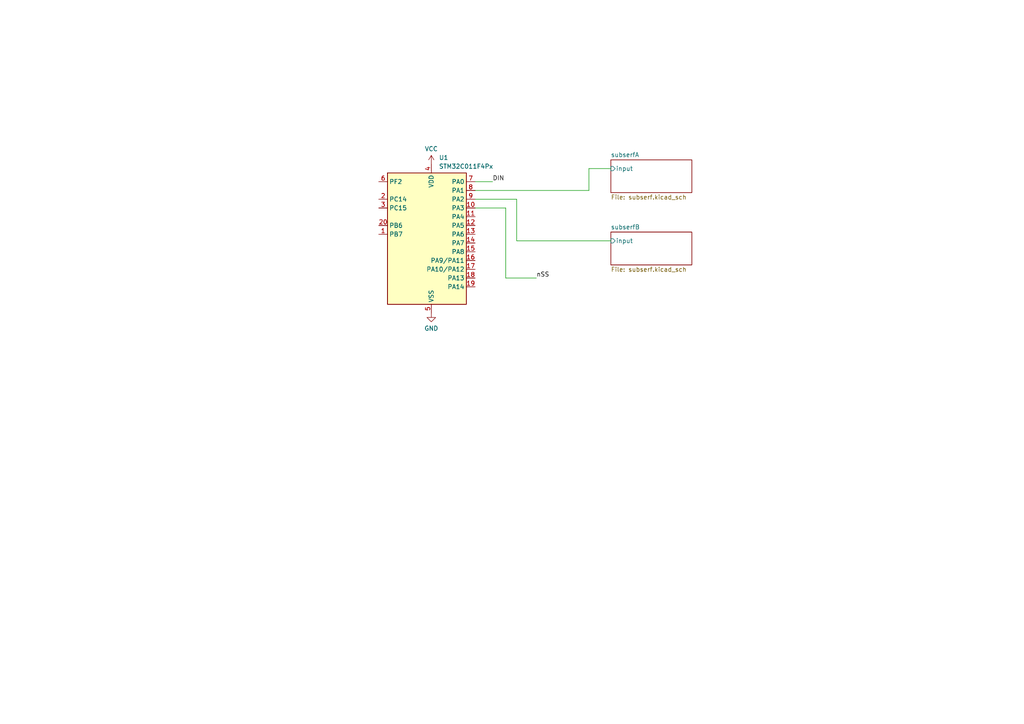
<source format=kicad_sch>
(kicad_sch (version 20230121) (generator eeschema)
  (paper "A4")
  (lib_symbols
    (symbol "MCU_ST_STM32C0:STM32C011F4Px"
      (property "Reference" "U" (at -10.16 21.59 0))
      (property "Value" "STM32C011F4Px" (at 5.08 21.59 0))
      (symbol "STM32C011F4Px_0_1"
        (rectangle (start -10.16 -17.78) (end 12.7 20.32) (stroke (width 0.254)) (fill (type background)))
      )
      (symbol "STM32C011F4Px_1_1"
        (pin bidirectional line (at -12.7 2.54 0) (length 2.54) (name "PB7") (number "1"))
        (pin bidirectional line (at 15.24 10.16 180) (length 2.54) (name "PA3") (number "10"))
        (pin bidirectional line (at 15.24 7.62 180) (length 2.54) (name "PA4") (number "11"))
        (pin bidirectional line (at 15.24 5.08 180) (length 2.54) (name "PA5") (number "12"))
        (pin bidirectional line (at 15.24 2.54 180) (length 2.54) (name "PA6") (number "13"))
        (pin bidirectional line (at 15.24 0 180) (length 2.54) (name "PA7") (number "14"))
        (pin bidirectional line (at 15.24 -2.54 180) (length 2.54) (name "PA8") (number "15"))
        (pin bidirectional line (at 15.24 -5.08 180) (length 2.54) (name "PA9/PA11") (number "16"))
        (pin bidirectional line (at 15.24 -7.62 180) (length 2.54) (name "PA10/PA12") (number "17"))
        (pin bidirectional line (at 15.24 -10.16 180) (length 2.54) (name "PA13") (number "18"))
        (pin bidirectional line (at 15.24 -12.7 180) (length 2.54) (name "PA14") (number "19"))
        (pin bidirectional line (at -12.7 12.7 0) (length 2.54) (name "PC14") (number "2"))
        (pin bidirectional line (at -12.7 5.08 0) (length 2.54) (name "PB6") (number "20"))
        (pin bidirectional line (at -12.7 10.16 0) (length 2.54) (name "PC15") (number "3"))
        (pin power_in line (at 2.54 22.86 270) (length 2.54) (name "VDD") (number "4"))
        (pin power_in line (at 2.54 -20.32 90) (length 2.54) (name "VSS") (number "5"))
        (pin bidirectional line (at -12.7 17.78 0) (length 2.54) (name "PF2") (number "6"))
        (pin bidirectional line (at 15.24 17.78 180) (length 2.54) (name "PA0") (number "7"))
        (pin bidirectional line (at 15.24 15.24 180) (length 2.54) (name "PA1") (number "8"))
        (pin bidirectional line (at 15.24 12.7 180) (length 2.54) (name "PA2") (number "9"))
      )
    )
    (symbol "power:GND" (power) (pin_names (offset 0))
      (property "Value" "GND" (at 0 -3.81 0))
      (symbol "GND_0_1"
        (polyline (pts (xy 0 0) (xy 0 -1.27) (xy 1.27 -1.27) (xy 0 -2.54) (xy -1.27 -1.27) (xy 0 -1.27)))
      )
      (symbol "GND_1_1"
        (pin power_in line (at 0 0 270) (length 0) hide (name "GND") (number "1"))
      )
    )
    (symbol "power:VCC" (power) (pin_names (offset 0))
      (property "Value" "VCC" (at 0 3.81 0))
      (symbol "VCC_0_1"
        (polyline (pts (xy -0.762 1.27) (xy 0 2.54)))
        (polyline (pts (xy 0 0) (xy 0 2.54)))
        (polyline (pts (xy 0 2.54) (xy 0.762 1.27)))
      )
      (symbol "VCC_1_1"
        (pin power_in line (at 0 0 90) (length 0) hide (name "VCC") (number "1"))
      )
    )
  )
  (wire (pts (xy 149.86 57.785) (xy 137.795 57.785)))
  (wire (pts (xy 142.875 52.705) (xy 137.795 52.705)))
  (wire (pts (xy 170.815 55.245) (xy 170.815 48.895)))
  (wire (pts (xy 149.86 69.85) (xy 149.86 57.785)))
  (wire (pts (xy 137.795 55.245) (xy 170.815 55.245)))
  (wire (pts (xy 137.795 60.325) (xy 146.685 60.325)))
  (wire (pts (xy 170.815 48.895) (xy 177.165 48.895)))
  (wire (pts (xy 146.685 80.645) (xy 155.575 80.645)))
  (wire (pts (xy 146.685 60.325) (xy 146.685 80.645)))
  (wire (pts (xy 177.165 69.85) (xy 149.86 69.85)))
  (label "nSS" (at 155.575 80.645 0))
  (label "DIN" (at 142.875 52.705 0))
  (symbol (lib_id "power:GND") (at 125.095 90.805 0) (unit 1)
    (property "Reference" "#PWR02" (effects hide))
    (property "Value" "GND" (at 125.095 95.25 0))
  )
  (symbol (lib_id "power:VCC") (at 125.095 47.625 0) (unit 1)
    (property "Reference" "#PWR01" (effects hide))
    (property "Value" "VCC" (at 125.095 43.18 0))
  )
  (symbol (lib_id "MCU_ST_STM32C0:STM32C011F4Px") (at 122.555 70.485 0) (unit 1)
    (property "Reference" "U1" (at 127.2891 45.72 0) (effects (justify left)))
    (property "Value" "STM32C011F4Px" (at 127.2891 48.26 0) (effects (justify left)))
    (property "Footprint" "Package_SO:TSSOP-20_4.4x6.5mm_P0.65mm" (effects hide))
    (property "Datasheet" "https://www.st.com/resource/en/datasheet/stm32c011f4.pdf" (effects hide))
  )
  (sheet (at 177.165 46.355) (size 23.495 9.525) (stroke (width 0.1524))
    (property "Sheetname" "subserfA" (at 177.165 45.6434 0) (effects (justify left bottom)))
    (property "Sheetfile" "subserf.kicad_sch" (at 177.165 56.4646 0) (effects (justify left top)))
    (pin "input" input (at 177.165 48.895 180))
  )
  (sheet (at 177.165 67.31) (size 23.495 9.525) (stroke (width 0.1524))
    (property "Sheetname" "subserfB" (at 177.165 66.5984 0) (effects (justify left bottom)))
    (property "Sheetfile" "subserf.kicad_sch" (at 177.165 77.4196 0) (effects (justify left top)))
    (pin "input" input (at 177.165 69.85 180))
  )
)
</source>
